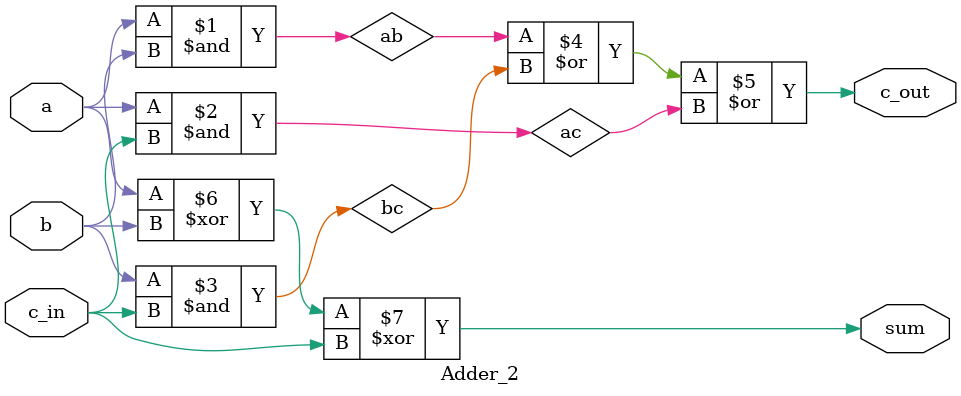
<source format=v>
module Adder_2 (a,b,c_in,sum,c_out);
input a,b,c_in;
output sum,c_out;

wire ab,bc,ac;
and(ab,a,b);
and(ac,a,c_in);
and(bc,b,c_in);

or(c_out,ab,bc,ac);
xor(sum,a,b,c_in);

endmodule
</source>
